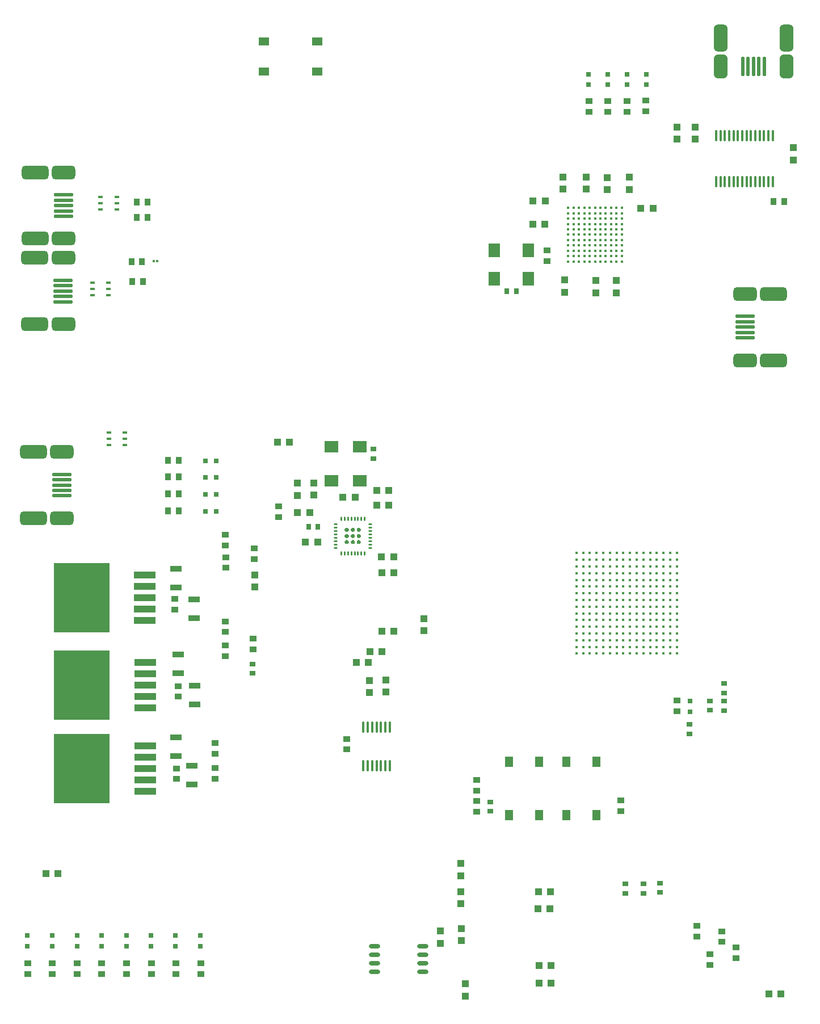
<source format=gtp>
G04 Layer_Color=8421504*
%FSLAX44Y44*%
%MOMM*%
G71*
G01*
G75*
%ADD10R,1.0000X0.9000*%
%ADD11R,1.1000X1.1000*%
%ADD12R,0.8000X0.8000*%
%ADD13R,0.7000X0.4500*%
%ADD14R,0.9000X0.7000*%
%ADD15R,0.9000X1.0000*%
%ADD16R,1.1000X1.1000*%
%ADD17O,0.3500X1.7000*%
%ADD18C,0.4500*%
%ADD19O,1.7000X0.6000*%
%ADD20R,1.5500X1.3000*%
%ADD21R,1.8000X2.0000*%
%ADD22R,0.3000X0.3000*%
G04:AMPARAMS|DCode=23|XSize=3.5mm|YSize=2.05mm|CornerRadius=0.5125mm|HoleSize=0mm|Usage=FLASHONLY|Rotation=180.000|XOffset=0mm|YOffset=0mm|HoleType=Round|Shape=RoundedRectangle|*
%AMROUNDEDRECTD23*
21,1,3.5000,1.0250,0,0,180.0*
21,1,2.4750,2.0500,0,0,180.0*
1,1,1.0250,-1.2375,0.5125*
1,1,1.0250,1.2375,0.5125*
1,1,1.0250,1.2375,-0.5125*
1,1,1.0250,-1.2375,-0.5125*
%
%ADD23ROUNDEDRECTD23*%
G04:AMPARAMS|DCode=24|XSize=4mm|YSize=2.05mm|CornerRadius=0.5125mm|HoleSize=0mm|Usage=FLASHONLY|Rotation=180.000|XOffset=0mm|YOffset=0mm|HoleType=Round|Shape=RoundedRectangle|*
%AMROUNDEDRECTD24*
21,1,4.0000,1.0250,0,0,180.0*
21,1,2.9750,2.0500,0,0,180.0*
1,1,1.0250,-1.4875,0.5125*
1,1,1.0250,1.4875,0.5125*
1,1,1.0250,1.4875,-0.5125*
1,1,1.0250,-1.4875,-0.5125*
%
%ADD24ROUNDEDRECTD24*%
G04:AMPARAMS|DCode=25|XSize=3.5mm|YSize=2.05mm|CornerRadius=0.5125mm|HoleSize=0mm|Usage=FLASHONLY|Rotation=180.000|XOffset=0mm|YOffset=0mm|HoleType=Round|Shape=RoundedRectangle|*
%AMROUNDEDRECTD25*
21,1,3.5000,1.0250,0,0,180.0*
21,1,2.4750,2.0500,0,0,180.0*
1,1,1.0250,-1.2375,0.5125*
1,1,1.0250,1.2375,0.5125*
1,1,1.0250,1.2375,-0.5125*
1,1,1.0250,-1.2375,-0.5125*
%
%ADD25ROUNDEDRECTD25*%
G04:AMPARAMS|DCode=26|XSize=2.8mm|YSize=0.5mm|CornerRadius=0.125mm|HoleSize=0mm|Usage=FLASHONLY|Rotation=180.000|XOffset=0mm|YOffset=0mm|HoleType=Round|Shape=RoundedRectangle|*
%AMROUNDEDRECTD26*
21,1,2.8000,0.2500,0,0,180.0*
21,1,2.5500,0.5000,0,0,180.0*
1,1,0.2500,-1.2750,0.1250*
1,1,0.2500,1.2750,0.1250*
1,1,0.2500,1.2750,-0.1250*
1,1,0.2500,-1.2750,-0.1250*
%
%ADD26ROUNDEDRECTD26*%
%ADD27O,0.3500X1.8000*%
%ADD28R,0.7000X0.9000*%
%ADD29R,0.8000X0.8000*%
%ADD30R,1.3000X1.5500*%
%ADD31R,1.7000X0.9500*%
%ADD35R,2.0000X1.8000*%
G04:AMPARAMS|DCode=36|XSize=3.5mm|YSize=2.05mm|CornerRadius=0.5125mm|HoleSize=0mm|Usage=FLASHONLY|Rotation=90.000|XOffset=0mm|YOffset=0mm|HoleType=Round|Shape=RoundedRectangle|*
%AMROUNDEDRECTD36*
21,1,3.5000,1.0250,0,0,90.0*
21,1,2.4750,2.0500,0,0,90.0*
1,1,1.0250,0.5125,1.2375*
1,1,1.0250,0.5125,-1.2375*
1,1,1.0250,-0.5125,-1.2375*
1,1,1.0250,-0.5125,1.2375*
%
%ADD36ROUNDEDRECTD36*%
G04:AMPARAMS|DCode=37|XSize=4mm|YSize=2.05mm|CornerRadius=0.5125mm|HoleSize=0mm|Usage=FLASHONLY|Rotation=90.000|XOffset=0mm|YOffset=0mm|HoleType=Round|Shape=RoundedRectangle|*
%AMROUNDEDRECTD37*
21,1,4.0000,1.0250,0,0,90.0*
21,1,2.9750,2.0500,0,0,90.0*
1,1,1.0250,0.5125,1.4875*
1,1,1.0250,0.5125,-1.4875*
1,1,1.0250,-0.5125,-1.4875*
1,1,1.0250,-0.5125,1.4875*
%
%ADD37ROUNDEDRECTD37*%
G04:AMPARAMS|DCode=38|XSize=3.5mm|YSize=2.05mm|CornerRadius=0.5125mm|HoleSize=0mm|Usage=FLASHONLY|Rotation=90.000|XOffset=0mm|YOffset=0mm|HoleType=Round|Shape=RoundedRectangle|*
%AMROUNDEDRECTD38*
21,1,3.5000,1.0250,0,0,90.0*
21,1,2.4750,2.0500,0,0,90.0*
1,1,1.0250,0.5125,1.2375*
1,1,1.0250,0.5125,-1.2375*
1,1,1.0250,-0.5125,-1.2375*
1,1,1.0250,-0.5125,1.2375*
%
%ADD38ROUNDEDRECTD38*%
G04:AMPARAMS|DCode=39|XSize=2.8mm|YSize=0.5mm|CornerRadius=0.125mm|HoleSize=0mm|Usage=FLASHONLY|Rotation=90.000|XOffset=0mm|YOffset=0mm|HoleType=Round|Shape=RoundedRectangle|*
%AMROUNDEDRECTD39*
21,1,2.8000,0.2500,0,0,90.0*
21,1,2.5500,0.5000,0,0,90.0*
1,1,0.2500,0.1250,1.2750*
1,1,0.2500,0.1250,-1.2750*
1,1,0.2500,-0.1250,-1.2750*
1,1,0.2500,-0.1250,1.2750*
%
%ADD39ROUNDEDRECTD39*%
%ADD40R,8.3000X10.4500*%
%ADD41R,3.2000X1.0500*%
%ADD98C,0.2300*%
G36*
X533949Y705493D02*
X534793Y704649D01*
X535250Y703547D01*
Y702950D01*
Y702353D01*
X534793Y701251D01*
X533949Y700407D01*
X532846Y699950D01*
X531653D01*
X530550Y700407D01*
X529706Y701251D01*
X529250Y702353D01*
Y702950D01*
Y703547D01*
X529706Y704649D01*
X530550Y705493D01*
X531653Y705950D01*
X532846D01*
X533949Y705493D01*
D02*
G37*
G36*
X515949Y714493D02*
X516793Y713649D01*
X517250Y712547D01*
Y711950D01*
Y711353D01*
X516793Y710251D01*
X515949Y709407D01*
X514846Y708950D01*
X513653D01*
X512550Y709407D01*
X511707Y710251D01*
X511250Y711353D01*
Y711950D01*
Y712547D01*
X511707Y713649D01*
X512550Y714493D01*
X513653Y714950D01*
X514846D01*
X515949Y714493D01*
D02*
G37*
G36*
Y705493D02*
X516793Y704649D01*
X517250Y703547D01*
Y702950D01*
Y702353D01*
X516793Y701251D01*
X515949Y700407D01*
X514846Y699950D01*
X513653D01*
X512550Y700407D01*
X511707Y701251D01*
X511250Y702353D01*
Y702950D01*
Y703547D01*
X511707Y704649D01*
X512550Y705493D01*
X513653Y705950D01*
X514846D01*
X515949Y705493D01*
D02*
G37*
G36*
X524949D02*
X525793Y704649D01*
X526250Y703547D01*
Y702950D01*
Y702353D01*
X525793Y701251D01*
X524949Y700407D01*
X523847Y699950D01*
X522653D01*
X521550Y700407D01*
X520706Y701251D01*
X520250Y702353D01*
Y702950D01*
Y703547D01*
X520706Y704649D01*
X521550Y705493D01*
X522653Y705950D01*
X523847D01*
X524949Y705493D01*
D02*
G37*
G36*
Y714493D02*
X525793Y713649D01*
X526250Y712547D01*
Y711950D01*
Y711353D01*
X525793Y710251D01*
X524949Y709407D01*
X523847Y708950D01*
X522653D01*
X521550Y709407D01*
X520706Y710251D01*
X520250Y711353D01*
Y711950D01*
Y712547D01*
X520706Y713649D01*
X521550Y714493D01*
X522653Y714950D01*
X523847D01*
X524949Y714493D01*
D02*
G37*
G36*
Y723493D02*
X525793Y722649D01*
X526250Y721547D01*
Y720950D01*
Y720353D01*
X525793Y719251D01*
X524949Y718407D01*
X523847Y717950D01*
X522653D01*
X521550Y718407D01*
X520706Y719251D01*
X520250Y720353D01*
Y720950D01*
Y721547D01*
X520706Y722649D01*
X521550Y723493D01*
X522653Y723950D01*
X523847D01*
X524949Y723493D01*
D02*
G37*
G36*
X533949D02*
X534793Y722649D01*
X535250Y721547D01*
Y720950D01*
Y720353D01*
X534793Y719251D01*
X533949Y718407D01*
X532846Y717950D01*
X531653D01*
X530550Y718407D01*
X529706Y719251D01*
X529250Y720353D01*
Y720950D01*
Y721547D01*
X529706Y722649D01*
X530550Y723493D01*
X531653Y723950D01*
X532846D01*
X533949Y723493D01*
D02*
G37*
G36*
Y714493D02*
X534793Y713649D01*
X535250Y712547D01*
Y711950D01*
Y711353D01*
X534793Y710251D01*
X533949Y709407D01*
X532846Y708950D01*
X531653D01*
X530550Y709407D01*
X529706Y710251D01*
X529250Y711353D01*
Y711950D01*
Y712547D01*
X529706Y713649D01*
X530550Y714493D01*
X531653Y714950D01*
X532846D01*
X533949Y714493D01*
D02*
G37*
G36*
X515949Y723493D02*
X516793Y722649D01*
X517250Y721547D01*
Y720950D01*
Y720353D01*
X516793Y719251D01*
X515949Y718407D01*
X514846Y717950D01*
X513653D01*
X512550Y718407D01*
X511707Y719251D01*
X511250Y720353D01*
Y720950D01*
Y721547D01*
X511707Y722649D01*
X512550Y723493D01*
X513653Y723950D01*
X514846D01*
X515949Y723493D01*
D02*
G37*
D10*
X333500Y698000D02*
D03*
Y714000D02*
D03*
X333750Y664250D02*
D03*
Y680250D02*
D03*
X296749Y58750D02*
D03*
Y74750D02*
D03*
X259750Y58750D02*
D03*
Y74750D02*
D03*
X222750Y58749D02*
D03*
Y74749D02*
D03*
X185749Y58750D02*
D03*
Y74750D02*
D03*
X148749Y58750D02*
D03*
Y74750D02*
D03*
X111750Y58750D02*
D03*
Y74750D02*
D03*
X74749Y58749D02*
D03*
Y74749D02*
D03*
X38250Y58250D02*
D03*
Y74250D02*
D03*
X1006750Y466250D02*
D03*
Y450250D02*
D03*
X1036500Y130250D02*
D03*
Y114250D02*
D03*
X1074000Y122250D02*
D03*
Y106250D02*
D03*
X1095500Y82000D02*
D03*
Y98000D02*
D03*
X1056167Y71750D02*
D03*
Y87750D02*
D03*
X960767Y1345000D02*
D03*
Y1361000D02*
D03*
X875439Y1344294D02*
D03*
Y1360294D02*
D03*
X903882Y1344500D02*
D03*
Y1360500D02*
D03*
X932324Y1344250D02*
D03*
Y1360250D02*
D03*
X514500Y409250D02*
D03*
Y393250D02*
D03*
X813250Y1121750D02*
D03*
Y1137750D02*
D03*
X317700Y386700D02*
D03*
Y402700D02*
D03*
X317450Y349450D02*
D03*
Y365450D02*
D03*
X376500Y677250D02*
D03*
Y693250D02*
D03*
X333250Y532250D02*
D03*
Y548250D02*
D03*
X333500Y568500D02*
D03*
Y584500D02*
D03*
X412750Y739700D02*
D03*
Y755700D02*
D03*
X260500Y365250D02*
D03*
Y349250D02*
D03*
X262500Y488000D02*
D03*
Y472000D02*
D03*
X374750Y542750D02*
D03*
Y558750D02*
D03*
X257500Y618000D02*
D03*
Y602000D02*
D03*
X707750Y300500D02*
D03*
Y316500D02*
D03*
X707750Y348250D02*
D03*
Y332250D02*
D03*
X923250Y301250D02*
D03*
Y317250D02*
D03*
D11*
X584500Y656700D02*
D03*
X566500D02*
D03*
X1162000Y29000D02*
D03*
X1144000D02*
D03*
X818500Y181500D02*
D03*
X800500D02*
D03*
X817500Y156000D02*
D03*
X799500D02*
D03*
X819250Y44500D02*
D03*
X801250D02*
D03*
X819000Y71500D02*
D03*
X801000D02*
D03*
X584250Y680700D02*
D03*
X566250D02*
D03*
X508750Y769700D02*
D03*
X526750D02*
D03*
X792250Y1211250D02*
D03*
X810250D02*
D03*
X792000Y1177000D02*
D03*
X810000D02*
D03*
X452750Y702950D02*
D03*
X470750D02*
D03*
X576999Y757450D02*
D03*
X558999D02*
D03*
X528500Y523000D02*
D03*
X546500D02*
D03*
X566750Y539000D02*
D03*
X548750D02*
D03*
X584750Y569750D02*
D03*
X566750D02*
D03*
X971250Y1200500D02*
D03*
X953250D02*
D03*
X441000Y746700D02*
D03*
X459000D02*
D03*
X428750Y851450D02*
D03*
X410750D02*
D03*
X576750Y779450D02*
D03*
X558750D02*
D03*
X83750Y208000D02*
D03*
X65750D02*
D03*
D12*
X295750Y116250D02*
D03*
Y100250D02*
D03*
X259000Y116250D02*
D03*
Y100250D02*
D03*
X222250Y116250D02*
D03*
Y100250D02*
D03*
X185500Y116250D02*
D03*
Y100250D02*
D03*
X148750Y116250D02*
D03*
Y100250D02*
D03*
X112000Y116250D02*
D03*
Y100250D02*
D03*
X1026750Y449750D02*
D03*
Y465750D02*
D03*
X38000Y116000D02*
D03*
Y100000D02*
D03*
X75250Y116250D02*
D03*
Y100250D02*
D03*
X874689Y1384750D02*
D03*
Y1400750D02*
D03*
X903631Y1384750D02*
D03*
Y1400750D02*
D03*
X932574Y1384750D02*
D03*
Y1400750D02*
D03*
X961517Y1384750D02*
D03*
Y1400750D02*
D03*
D13*
X158750Y1089750D02*
D03*
Y1080250D02*
D03*
Y1070750D02*
D03*
X134750D02*
D03*
Y1080250D02*
D03*
Y1089750D02*
D03*
X159250Y847500D02*
D03*
Y857000D02*
D03*
Y866500D02*
D03*
X183250D02*
D03*
Y857000D02*
D03*
Y847500D02*
D03*
X171000Y1217500D02*
D03*
Y1208000D02*
D03*
Y1198500D02*
D03*
X147000D02*
D03*
Y1208000D02*
D03*
Y1217500D02*
D03*
D14*
X1056250Y451750D02*
D03*
Y465750D02*
D03*
X1025750Y416750D02*
D03*
Y430750D02*
D03*
X1077250Y477500D02*
D03*
Y491500D02*
D03*
X1077250Y451250D02*
D03*
Y465250D02*
D03*
X981250Y180000D02*
D03*
Y194000D02*
D03*
X956750Y179000D02*
D03*
Y193000D02*
D03*
X930000Y179000D02*
D03*
Y193000D02*
D03*
X373984Y520750D02*
D03*
Y506750D02*
D03*
X553750Y827200D02*
D03*
Y841200D02*
D03*
X728250Y301250D02*
D03*
Y315250D02*
D03*
D15*
X263750Y799666D02*
D03*
X247750D02*
D03*
X247750Y749500D02*
D03*
X263750D02*
D03*
X247750Y774583D02*
D03*
X263750D02*
D03*
X263750Y824750D02*
D03*
X247750D02*
D03*
X1167000Y1211000D02*
D03*
X1151000D02*
D03*
X216750Y1186750D02*
D03*
X200750D02*
D03*
X217000Y1210000D02*
D03*
X201000D02*
D03*
X209000Y1121000D02*
D03*
X193000D02*
D03*
X210000Y1091000D02*
D03*
X194000D02*
D03*
D16*
X1006700Y1304002D02*
D03*
Y1322002D02*
D03*
X1033950Y1304002D02*
D03*
Y1322002D02*
D03*
X691250Y25750D02*
D03*
Y43750D02*
D03*
X685000Y126000D02*
D03*
Y108000D02*
D03*
X684250Y163250D02*
D03*
Y181250D02*
D03*
Y223250D02*
D03*
Y205250D02*
D03*
X654250Y122500D02*
D03*
Y104500D02*
D03*
X935750Y1228750D02*
D03*
Y1246750D02*
D03*
X839500Y1075500D02*
D03*
Y1093500D02*
D03*
X902750Y1246500D02*
D03*
Y1228500D02*
D03*
X872000Y1247250D02*
D03*
Y1229250D02*
D03*
X837250Y1247500D02*
D03*
Y1229500D02*
D03*
X916750Y1092750D02*
D03*
Y1074750D02*
D03*
X886250D02*
D03*
Y1092750D02*
D03*
X376750Y635500D02*
D03*
Y653500D02*
D03*
X548500Y478500D02*
D03*
Y496500D02*
D03*
X572750Y478750D02*
D03*
Y496750D02*
D03*
X440750Y790450D02*
D03*
Y772450D02*
D03*
X465250Y790950D02*
D03*
Y772950D02*
D03*
X629500Y588500D02*
D03*
Y570500D02*
D03*
X1180200Y1290752D02*
D03*
Y1272752D02*
D03*
D17*
X578250Y426500D02*
D03*
X571750D02*
D03*
X565250D02*
D03*
X558750D02*
D03*
X552250D02*
D03*
X545750D02*
D03*
X539250D02*
D03*
X578250Y369500D02*
D03*
X571750D02*
D03*
X565250D02*
D03*
X558750D02*
D03*
X552250D02*
D03*
X545750D02*
D03*
X539250D02*
D03*
D18*
X856973Y686352D02*
D03*
X866973D02*
D03*
X876973D02*
D03*
X886973D02*
D03*
X896973D02*
D03*
X906973D02*
D03*
X916973D02*
D03*
X926973D02*
D03*
X936973D02*
D03*
X946973D02*
D03*
X956973D02*
D03*
X966973D02*
D03*
X976973D02*
D03*
X986973D02*
D03*
X996973D02*
D03*
X1006973D02*
D03*
X856973Y676352D02*
D03*
X866973D02*
D03*
X876973D02*
D03*
X886973D02*
D03*
X896973D02*
D03*
X906973D02*
D03*
X916973D02*
D03*
X926973D02*
D03*
X936973D02*
D03*
X946973D02*
D03*
X956973D02*
D03*
X966973D02*
D03*
X976973D02*
D03*
X986973D02*
D03*
X996973D02*
D03*
X1006973D02*
D03*
X856973Y666352D02*
D03*
X866973D02*
D03*
X876973D02*
D03*
X886973D02*
D03*
X896973D02*
D03*
X906973D02*
D03*
X916973D02*
D03*
X926973D02*
D03*
X936973D02*
D03*
X946973D02*
D03*
X956973D02*
D03*
X966973D02*
D03*
X976973D02*
D03*
X986973D02*
D03*
X996973D02*
D03*
X1006973D02*
D03*
X856973Y656352D02*
D03*
X866973D02*
D03*
X876973D02*
D03*
X886973D02*
D03*
X896973D02*
D03*
X906973D02*
D03*
X916973D02*
D03*
X926973D02*
D03*
X936973D02*
D03*
X946973D02*
D03*
X956973D02*
D03*
X966973D02*
D03*
X976973D02*
D03*
X986973D02*
D03*
X996973D02*
D03*
X1006973D02*
D03*
X856973Y646352D02*
D03*
X866973D02*
D03*
X876973D02*
D03*
X886973D02*
D03*
X896973D02*
D03*
X906973D02*
D03*
X916973D02*
D03*
X926973D02*
D03*
X936973D02*
D03*
X946973D02*
D03*
X956973D02*
D03*
X966973D02*
D03*
X976973D02*
D03*
X986973D02*
D03*
X996973D02*
D03*
X1006973D02*
D03*
X856973Y636352D02*
D03*
X866973D02*
D03*
X876973D02*
D03*
X886973D02*
D03*
X896973D02*
D03*
X906973D02*
D03*
X916973D02*
D03*
X926973D02*
D03*
X936973D02*
D03*
X946973D02*
D03*
X956973D02*
D03*
X966973D02*
D03*
X976973D02*
D03*
X986973D02*
D03*
X996973D02*
D03*
X1006973D02*
D03*
X856973Y626352D02*
D03*
X866973D02*
D03*
X876973D02*
D03*
X886973D02*
D03*
X896973D02*
D03*
X906973D02*
D03*
X916973D02*
D03*
X926973D02*
D03*
X936973D02*
D03*
X946973D02*
D03*
X956973D02*
D03*
X966973D02*
D03*
X976973D02*
D03*
X986973D02*
D03*
X996973D02*
D03*
X1006973D02*
D03*
X856973Y616352D02*
D03*
X866973D02*
D03*
X876973D02*
D03*
X886973D02*
D03*
X896973D02*
D03*
X906973D02*
D03*
X916973D02*
D03*
X926973D02*
D03*
X936973D02*
D03*
X946973D02*
D03*
X956973D02*
D03*
X966973D02*
D03*
X976973D02*
D03*
X986973D02*
D03*
X996973D02*
D03*
X1006973D02*
D03*
X856973Y606352D02*
D03*
X866973D02*
D03*
X876973D02*
D03*
X886973D02*
D03*
X896973D02*
D03*
X906973D02*
D03*
X916973D02*
D03*
X926973D02*
D03*
X936973D02*
D03*
X946973D02*
D03*
X956973D02*
D03*
X966973D02*
D03*
X976973D02*
D03*
X986973D02*
D03*
X996973D02*
D03*
X1006973D02*
D03*
X856973Y596351D02*
D03*
X866973D02*
D03*
X876973D02*
D03*
X886973D02*
D03*
X896973D02*
D03*
X906973D02*
D03*
X916973D02*
D03*
X926973D02*
D03*
X936973D02*
D03*
X946973D02*
D03*
X956973D02*
D03*
X966973D02*
D03*
X976973D02*
D03*
X986973D02*
D03*
X996973D02*
D03*
X1006973D02*
D03*
X856973Y586351D02*
D03*
X866973D02*
D03*
X876973D02*
D03*
X886973D02*
D03*
X896973D02*
D03*
X906973D02*
D03*
X916973D02*
D03*
X926973D02*
D03*
X936973D02*
D03*
X946973D02*
D03*
X956973D02*
D03*
X966973D02*
D03*
X976973D02*
D03*
X986973D02*
D03*
X996973D02*
D03*
X1006973D02*
D03*
X856973Y576351D02*
D03*
X866973D02*
D03*
X876973D02*
D03*
X886973D02*
D03*
X896973D02*
D03*
X906973D02*
D03*
X916973D02*
D03*
X926973D02*
D03*
X936973D02*
D03*
X946973D02*
D03*
X956973D02*
D03*
X966973D02*
D03*
X976973D02*
D03*
X986973D02*
D03*
X996973D02*
D03*
X1006973D02*
D03*
X856973Y566351D02*
D03*
X866973D02*
D03*
X876973D02*
D03*
X886973D02*
D03*
X896973D02*
D03*
X906973D02*
D03*
X916973D02*
D03*
X926973D02*
D03*
X936973D02*
D03*
X946973D02*
D03*
X956973D02*
D03*
X966973D02*
D03*
X976973D02*
D03*
X986973D02*
D03*
X996973D02*
D03*
X1006973D02*
D03*
X856973Y556351D02*
D03*
X866973D02*
D03*
X876973D02*
D03*
X886973D02*
D03*
X896973D02*
D03*
X906973D02*
D03*
X916973D02*
D03*
X926973D02*
D03*
X936973D02*
D03*
X946973D02*
D03*
X956973D02*
D03*
X966973D02*
D03*
X976973D02*
D03*
X986973D02*
D03*
X996973D02*
D03*
X1006973D02*
D03*
X856973Y546351D02*
D03*
X866973D02*
D03*
X876973D02*
D03*
X886973D02*
D03*
X896973D02*
D03*
X906973D02*
D03*
X916973D02*
D03*
X926973D02*
D03*
X936973D02*
D03*
X946973D02*
D03*
X956973D02*
D03*
X966973D02*
D03*
X976973D02*
D03*
X986973D02*
D03*
X996973D02*
D03*
X1006973D02*
D03*
X856973Y536351D02*
D03*
X866973D02*
D03*
X876973D02*
D03*
X886973D02*
D03*
X896973D02*
D03*
X906973D02*
D03*
X916973D02*
D03*
X926973D02*
D03*
X936973D02*
D03*
X946973D02*
D03*
X956973D02*
D03*
X966973D02*
D03*
X976973D02*
D03*
X986973D02*
D03*
X996973D02*
D03*
X1006973D02*
D03*
X924748Y1201242D02*
D03*
Y1193242D02*
D03*
Y1185241D02*
D03*
Y1177242D02*
D03*
Y1169241D02*
D03*
Y1161242D02*
D03*
Y1153242D02*
D03*
Y1145242D02*
D03*
Y1137241D02*
D03*
Y1129241D02*
D03*
Y1121241D02*
D03*
X916748Y1201242D02*
D03*
Y1193242D02*
D03*
Y1185241D02*
D03*
Y1177242D02*
D03*
Y1169241D02*
D03*
Y1161242D02*
D03*
Y1153242D02*
D03*
Y1145242D02*
D03*
Y1137241D02*
D03*
Y1129241D02*
D03*
Y1121241D02*
D03*
X908748Y1201242D02*
D03*
Y1193242D02*
D03*
Y1185241D02*
D03*
Y1177242D02*
D03*
Y1169241D02*
D03*
Y1161242D02*
D03*
Y1153242D02*
D03*
Y1145242D02*
D03*
Y1137241D02*
D03*
Y1129241D02*
D03*
Y1121241D02*
D03*
X900748Y1201242D02*
D03*
Y1193242D02*
D03*
Y1185241D02*
D03*
Y1177242D02*
D03*
Y1169241D02*
D03*
Y1161242D02*
D03*
Y1153242D02*
D03*
Y1145242D02*
D03*
Y1137241D02*
D03*
Y1129241D02*
D03*
Y1121241D02*
D03*
X892748Y1201242D02*
D03*
Y1193242D02*
D03*
Y1185241D02*
D03*
Y1177242D02*
D03*
Y1169241D02*
D03*
Y1161242D02*
D03*
Y1153242D02*
D03*
Y1145242D02*
D03*
Y1137241D02*
D03*
Y1129241D02*
D03*
Y1121241D02*
D03*
X884748Y1201242D02*
D03*
Y1193242D02*
D03*
Y1185241D02*
D03*
Y1177242D02*
D03*
Y1169241D02*
D03*
Y1161242D02*
D03*
Y1153242D02*
D03*
Y1145242D02*
D03*
Y1137241D02*
D03*
Y1129241D02*
D03*
Y1121241D02*
D03*
X876748Y1201242D02*
D03*
Y1193242D02*
D03*
Y1185241D02*
D03*
Y1177242D02*
D03*
Y1169241D02*
D03*
Y1161242D02*
D03*
Y1153242D02*
D03*
Y1145242D02*
D03*
Y1137241D02*
D03*
Y1129241D02*
D03*
Y1121241D02*
D03*
X868748Y1201242D02*
D03*
Y1193242D02*
D03*
Y1185241D02*
D03*
Y1177242D02*
D03*
Y1169241D02*
D03*
Y1161242D02*
D03*
Y1153242D02*
D03*
Y1145242D02*
D03*
Y1137241D02*
D03*
Y1129241D02*
D03*
Y1121241D02*
D03*
X860748Y1201242D02*
D03*
Y1193242D02*
D03*
Y1185241D02*
D03*
Y1177242D02*
D03*
Y1169241D02*
D03*
Y1161242D02*
D03*
Y1153242D02*
D03*
Y1145242D02*
D03*
Y1137241D02*
D03*
Y1129241D02*
D03*
Y1121241D02*
D03*
X852748Y1201242D02*
D03*
Y1193242D02*
D03*
Y1185241D02*
D03*
Y1177242D02*
D03*
Y1169241D02*
D03*
Y1161242D02*
D03*
Y1153242D02*
D03*
Y1145242D02*
D03*
Y1137241D02*
D03*
Y1129241D02*
D03*
Y1121241D02*
D03*
X844748Y1201242D02*
D03*
Y1193242D02*
D03*
Y1185241D02*
D03*
Y1177242D02*
D03*
Y1169241D02*
D03*
Y1161242D02*
D03*
Y1153242D02*
D03*
Y1145242D02*
D03*
Y1137241D02*
D03*
Y1129241D02*
D03*
Y1121241D02*
D03*
D19*
X627500Y61700D02*
D03*
Y74400D02*
D03*
Y87100D02*
D03*
Y99800D02*
D03*
X556000Y61700D02*
D03*
Y74400D02*
D03*
Y87100D02*
D03*
Y99800D02*
D03*
D20*
X470500Y1449750D02*
D03*
Y1404750D02*
D03*
X391000D02*
D03*
Y1449750D02*
D03*
D21*
X734450Y1137750D02*
D03*
X785250D02*
D03*
Y1095750D02*
D03*
X734450D02*
D03*
D22*
X231500Y1121750D02*
D03*
X226250D02*
D03*
D23*
X89250Y837000D02*
D03*
X1108500Y974000D02*
D03*
X91750Y1253750D02*
D03*
X91500Y1126500D02*
D03*
D24*
X46750Y837000D02*
D03*
Y738500D02*
D03*
X1151000Y974000D02*
D03*
Y1072500D02*
D03*
X49250Y1253750D02*
D03*
Y1155250D02*
D03*
X49000Y1126500D02*
D03*
Y1028000D02*
D03*
D25*
X89250Y738500D02*
D03*
X1108500Y1072500D02*
D03*
X91750Y1155250D02*
D03*
X91500Y1028000D02*
D03*
D26*
X89000Y795750D02*
D03*
Y803750D02*
D03*
Y779750D02*
D03*
Y771750D02*
D03*
Y787750D02*
D03*
X1108750Y1015250D02*
D03*
Y1007250D02*
D03*
Y1031250D02*
D03*
Y1039250D02*
D03*
Y1023250D02*
D03*
X91500Y1212500D02*
D03*
Y1220500D02*
D03*
Y1196500D02*
D03*
Y1188500D02*
D03*
Y1204500D02*
D03*
X91250Y1085250D02*
D03*
Y1093250D02*
D03*
Y1069250D02*
D03*
Y1061250D02*
D03*
Y1077250D02*
D03*
D27*
X1065400Y1240500D02*
D03*
X1071900D02*
D03*
X1078400D02*
D03*
X1084900D02*
D03*
X1091400D02*
D03*
X1097900D02*
D03*
X1104400D02*
D03*
X1110900D02*
D03*
X1117400D02*
D03*
X1123900D02*
D03*
X1130400D02*
D03*
X1136900D02*
D03*
X1143400D02*
D03*
X1149900D02*
D03*
X1065400Y1308500D02*
D03*
X1071900D02*
D03*
X1078400D02*
D03*
X1084900D02*
D03*
X1091400D02*
D03*
X1097900D02*
D03*
X1104400D02*
D03*
X1110900D02*
D03*
X1117400D02*
D03*
X1123900D02*
D03*
X1130400D02*
D03*
X1136900D02*
D03*
X1143400D02*
D03*
X1149900D02*
D03*
D28*
X767250Y1077250D02*
D03*
X753250D02*
D03*
X471500Y725700D02*
D03*
X457500D02*
D03*
D29*
X303500Y748749D02*
D03*
X319500D02*
D03*
X303500Y773833D02*
D03*
X319500D02*
D03*
X303500Y798916D02*
D03*
X319500D02*
D03*
X303500Y823999D02*
D03*
X319500D02*
D03*
D30*
X756500Y374750D02*
D03*
X801500D02*
D03*
Y295250D02*
D03*
X756500D02*
D03*
X842000Y374750D02*
D03*
X887000D02*
D03*
Y295250D02*
D03*
X842000D02*
D03*
D31*
X282750Y369000D02*
D03*
Y341000D02*
D03*
X259750Y411500D02*
D03*
Y383500D02*
D03*
X287500Y488500D02*
D03*
Y460500D02*
D03*
X263000Y534750D02*
D03*
Y506750D02*
D03*
X286500Y617500D02*
D03*
Y589500D02*
D03*
X259750Y663250D02*
D03*
Y635250D02*
D03*
D35*
X533750Y845250D02*
D03*
Y794450D02*
D03*
X491750D02*
D03*
Y845250D02*
D03*
D36*
X1170500Y1412000D02*
D03*
D37*
Y1454500D02*
D03*
X1072000D02*
D03*
D38*
Y1412000D02*
D03*
D39*
X1129250Y1412250D02*
D03*
X1137250D02*
D03*
X1113250D02*
D03*
X1105250D02*
D03*
X1121250D02*
D03*
D40*
X119000Y365000D02*
D03*
X119000Y489500D02*
D03*
X118500Y619750D02*
D03*
D41*
X213500Y399000D02*
D03*
Y382000D02*
D03*
Y365000D02*
D03*
Y348000D02*
D03*
Y331000D02*
D03*
X213500Y523500D02*
D03*
Y506500D02*
D03*
Y489500D02*
D03*
Y472500D02*
D03*
Y455500D02*
D03*
X213000Y653750D02*
D03*
Y636750D02*
D03*
Y619750D02*
D03*
Y602750D02*
D03*
Y585750D02*
D03*
D98*
X495450Y729450D02*
X499350D01*
X495450Y724450D02*
X499350D01*
X495450Y719450D02*
X499350D01*
X495450Y714450D02*
X499350D01*
X495450Y709450D02*
X499350D01*
X495450Y704450D02*
X499350D01*
X495450Y699450D02*
X499350D01*
X495450Y694450D02*
X499350D01*
X505750Y684150D02*
Y688050D01*
X510750Y684150D02*
Y688050D01*
X515750Y684150D02*
Y688050D01*
X520750Y684150D02*
Y688050D01*
X525750Y684150D02*
Y688050D01*
X530750Y684150D02*
Y688050D01*
X535750Y684150D02*
Y688050D01*
X540750Y684150D02*
Y688050D01*
X547150Y694450D02*
X551050D01*
X547150Y699450D02*
X551050D01*
X547150Y704450D02*
X551050D01*
X547150Y709450D02*
X551050D01*
X547150Y714450D02*
X551050D01*
X547150Y719450D02*
X551050D01*
X547150Y724450D02*
X551050D01*
X547150Y729450D02*
X551050D01*
X540750Y735850D02*
Y739750D01*
X535750Y735850D02*
Y739750D01*
X530750Y735850D02*
Y739750D01*
X525750Y735850D02*
Y739750D01*
X520750Y735850D02*
Y739750D01*
X515750Y735850D02*
Y739750D01*
X510750Y735850D02*
Y739750D01*
X505750Y735850D02*
Y739750D01*
M02*

</source>
